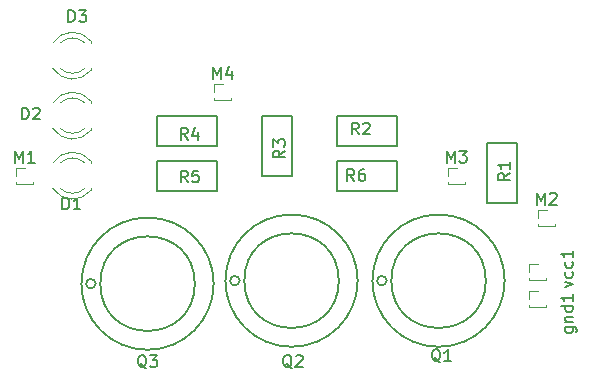
<source format=gbr>
G04 #@! TF.FileFunction,Legend,Top*
%FSLAX46Y46*%
G04 Gerber Fmt 4.6, Leading zero omitted, Abs format (unit mm)*
G04 Created by KiCad (PCBNEW 4.0.5) date 11/03/19 14:13:05*
%MOMM*%
%LPD*%
G01*
G04 APERTURE LIST*
%ADD10C,0.100000*%
%ADD11C,0.120000*%
%ADD12C,0.150000*%
G04 APERTURE END LIST*
D10*
D11*
X123295665Y-72198608D02*
G75*
G03X126528000Y-72355516I1672335J1078608D01*
G01*
X123295665Y-70041392D02*
G75*
G02X126528000Y-69884484I1672335J-1078608D01*
G01*
X123926870Y-72199837D02*
G75*
G03X126008961Y-72200000I1041130J1079837D01*
G01*
X123926870Y-70040163D02*
G75*
G02X126008961Y-70040000I1041130J-1079837D01*
G01*
X126528000Y-72356000D02*
X126528000Y-72200000D01*
X126528000Y-70040000D02*
X126528000Y-69884000D01*
X123295665Y-67118608D02*
G75*
G03X126528000Y-67275516I1672335J1078608D01*
G01*
X123295665Y-64961392D02*
G75*
G02X126528000Y-64804484I1672335J-1078608D01*
G01*
X123926870Y-67119837D02*
G75*
G03X126008961Y-67120000I1041130J1079837D01*
G01*
X123926870Y-64960163D02*
G75*
G02X126008961Y-64960000I1041130J-1079837D01*
G01*
X126528000Y-67276000D02*
X126528000Y-67120000D01*
X126528000Y-64960000D02*
X126528000Y-64804000D01*
X123295665Y-62038608D02*
G75*
G03X126528000Y-62195516I1672335J1078608D01*
G01*
X123295665Y-59881392D02*
G75*
G02X126528000Y-59724484I1672335J-1078608D01*
G01*
X123926870Y-62039837D02*
G75*
G03X126008961Y-62040000I1041130J1079837D01*
G01*
X123926870Y-59880163D02*
G75*
G02X126008961Y-59880000I1041130J-1079837D01*
G01*
X126528000Y-62196000D02*
X126528000Y-62040000D01*
X126528000Y-59880000D02*
X126528000Y-59724000D01*
X163643000Y-82219000D02*
X165033000Y-82219000D01*
X163643000Y-82219000D02*
X163643000Y-82094000D01*
X165033000Y-82219000D02*
X165033000Y-82094000D01*
X163643000Y-82219000D02*
X163729724Y-82219000D01*
X164946276Y-82219000D02*
X165033000Y-82219000D01*
X163643000Y-81534000D02*
X163643000Y-80849000D01*
X163643000Y-80849000D02*
X164338000Y-80849000D01*
X120209000Y-71805000D02*
X121599000Y-71805000D01*
X120209000Y-71805000D02*
X120209000Y-71680000D01*
X121599000Y-71805000D02*
X121599000Y-71680000D01*
X120209000Y-71805000D02*
X120295724Y-71805000D01*
X121512276Y-71805000D02*
X121599000Y-71805000D01*
X120209000Y-71120000D02*
X120209000Y-70435000D01*
X120209000Y-70435000D02*
X120904000Y-70435000D01*
X164405000Y-75361000D02*
X165795000Y-75361000D01*
X164405000Y-75361000D02*
X164405000Y-75236000D01*
X165795000Y-75361000D02*
X165795000Y-75236000D01*
X164405000Y-75361000D02*
X164491724Y-75361000D01*
X165708276Y-75361000D02*
X165795000Y-75361000D01*
X164405000Y-74676000D02*
X164405000Y-73991000D01*
X164405000Y-73991000D02*
X165100000Y-73991000D01*
X156785000Y-71805000D02*
X158175000Y-71805000D01*
X156785000Y-71805000D02*
X156785000Y-71680000D01*
X158175000Y-71805000D02*
X158175000Y-71680000D01*
X156785000Y-71805000D02*
X156871724Y-71805000D01*
X158088276Y-71805000D02*
X158175000Y-71805000D01*
X156785000Y-71120000D02*
X156785000Y-70435000D01*
X156785000Y-70435000D02*
X157480000Y-70435000D01*
X136973000Y-64693000D02*
X138363000Y-64693000D01*
X136973000Y-64693000D02*
X136973000Y-64568000D01*
X138363000Y-64693000D02*
X138363000Y-64568000D01*
X136973000Y-64693000D02*
X137059724Y-64693000D01*
X138276276Y-64693000D02*
X138363000Y-64693000D01*
X136973000Y-64008000D02*
X136973000Y-63323000D01*
X136973000Y-63323000D02*
X137668000Y-63323000D01*
D12*
X151556000Y-80010000D02*
G75*
G03X151556000Y-80010000I-400000J0D01*
G01*
X159956000Y-80010000D02*
G75*
G03X159956000Y-80010000I-4000000J0D01*
G01*
X161556000Y-80010000D02*
G75*
G03X161556000Y-80010000I-5600000J0D01*
G01*
X139110000Y-80010000D02*
G75*
G03X139110000Y-80010000I-400000J0D01*
G01*
X147510000Y-80010000D02*
G75*
G03X147510000Y-80010000I-4000000J0D01*
G01*
X149110000Y-80010000D02*
G75*
G03X149110000Y-80010000I-5600000J0D01*
G01*
X126918000Y-80264000D02*
G75*
G03X126918000Y-80264000I-400000J0D01*
G01*
X135318000Y-80264000D02*
G75*
G03X135318000Y-80264000I-4000000J0D01*
G01*
X136918000Y-80264000D02*
G75*
G03X136918000Y-80264000I-5600000J0D01*
G01*
X162560000Y-68326000D02*
X162560000Y-73406000D01*
X162560000Y-73406000D02*
X160020000Y-73406000D01*
X160020000Y-73406000D02*
X160020000Y-68326000D01*
X160020000Y-68326000D02*
X162560000Y-68326000D01*
X147320000Y-66040000D02*
X152400000Y-66040000D01*
X152400000Y-66040000D02*
X152400000Y-68580000D01*
X152400000Y-68580000D02*
X147320000Y-68580000D01*
X147320000Y-68580000D02*
X147320000Y-66040000D01*
X147320000Y-69850000D02*
X152400000Y-69850000D01*
X152400000Y-69850000D02*
X152400000Y-72390000D01*
X152400000Y-72390000D02*
X147320000Y-72390000D01*
X147320000Y-72390000D02*
X147320000Y-69850000D01*
X132080000Y-69850000D02*
X137160000Y-69850000D01*
X137160000Y-69850000D02*
X137160000Y-72390000D01*
X137160000Y-72390000D02*
X132080000Y-72390000D01*
X132080000Y-72390000D02*
X132080000Y-69850000D01*
X132080000Y-66040000D02*
X137160000Y-66040000D01*
X137160000Y-66040000D02*
X137160000Y-68580000D01*
X137160000Y-68580000D02*
X132080000Y-68580000D01*
X132080000Y-68580000D02*
X132080000Y-66040000D01*
X143510000Y-66040000D02*
X143510000Y-71120000D01*
X143510000Y-71120000D02*
X140970000Y-71120000D01*
X140970000Y-71120000D02*
X140970000Y-66040000D01*
X140970000Y-66040000D02*
X143510000Y-66040000D01*
D11*
X163643000Y-79933000D02*
X165033000Y-79933000D01*
X163643000Y-79933000D02*
X163643000Y-79808000D01*
X165033000Y-79933000D02*
X165033000Y-79808000D01*
X163643000Y-79933000D02*
X163729724Y-79933000D01*
X164946276Y-79933000D02*
X165033000Y-79933000D01*
X163643000Y-79248000D02*
X163643000Y-78563000D01*
X163643000Y-78563000D02*
X164338000Y-78563000D01*
D12*
X124102905Y-73985381D02*
X124102905Y-72985381D01*
X124341000Y-72985381D01*
X124483858Y-73033000D01*
X124579096Y-73128238D01*
X124626715Y-73223476D01*
X124674334Y-73413952D01*
X124674334Y-73556810D01*
X124626715Y-73747286D01*
X124579096Y-73842524D01*
X124483858Y-73937762D01*
X124341000Y-73985381D01*
X124102905Y-73985381D01*
X125626715Y-73985381D02*
X125055286Y-73985381D01*
X125341000Y-73985381D02*
X125341000Y-72985381D01*
X125245762Y-73128238D01*
X125150524Y-73223476D01*
X125055286Y-73271095D01*
X120673905Y-66365381D02*
X120673905Y-65365381D01*
X120912000Y-65365381D01*
X121054858Y-65413000D01*
X121150096Y-65508238D01*
X121197715Y-65603476D01*
X121245334Y-65793952D01*
X121245334Y-65936810D01*
X121197715Y-66127286D01*
X121150096Y-66222524D01*
X121054858Y-66317762D01*
X120912000Y-66365381D01*
X120673905Y-66365381D01*
X121626286Y-65460619D02*
X121673905Y-65413000D01*
X121769143Y-65365381D01*
X122007239Y-65365381D01*
X122102477Y-65413000D01*
X122150096Y-65460619D01*
X122197715Y-65555857D01*
X122197715Y-65651095D01*
X122150096Y-65793952D01*
X121578667Y-66365381D01*
X122197715Y-66365381D01*
X124610905Y-58110381D02*
X124610905Y-57110381D01*
X124849000Y-57110381D01*
X124991858Y-57158000D01*
X125087096Y-57253238D01*
X125134715Y-57348476D01*
X125182334Y-57538952D01*
X125182334Y-57681810D01*
X125134715Y-57872286D01*
X125087096Y-57967524D01*
X124991858Y-58062762D01*
X124849000Y-58110381D01*
X124610905Y-58110381D01*
X125515667Y-57110381D02*
X126134715Y-57110381D01*
X125801381Y-57491333D01*
X125944239Y-57491333D01*
X126039477Y-57538952D01*
X126087096Y-57586571D01*
X126134715Y-57681810D01*
X126134715Y-57919905D01*
X126087096Y-58015143D01*
X126039477Y-58062762D01*
X125944239Y-58110381D01*
X125658524Y-58110381D01*
X125563286Y-58062762D01*
X125515667Y-58015143D01*
X166663714Y-83970666D02*
X167473238Y-83970666D01*
X167568476Y-84018285D01*
X167616095Y-84065904D01*
X167663714Y-84161143D01*
X167663714Y-84304000D01*
X167616095Y-84399238D01*
X167282762Y-83970666D02*
X167330381Y-84065904D01*
X167330381Y-84256381D01*
X167282762Y-84351619D01*
X167235143Y-84399238D01*
X167139905Y-84446857D01*
X166854190Y-84446857D01*
X166758952Y-84399238D01*
X166711333Y-84351619D01*
X166663714Y-84256381D01*
X166663714Y-84065904D01*
X166711333Y-83970666D01*
X166663714Y-83494476D02*
X167330381Y-83494476D01*
X166758952Y-83494476D02*
X166711333Y-83446857D01*
X166663714Y-83351619D01*
X166663714Y-83208761D01*
X166711333Y-83113523D01*
X166806571Y-83065904D01*
X167330381Y-83065904D01*
X167330381Y-82161142D02*
X166330381Y-82161142D01*
X167282762Y-82161142D02*
X167330381Y-82256380D01*
X167330381Y-82446857D01*
X167282762Y-82542095D01*
X167235143Y-82589714D01*
X167139905Y-82637333D01*
X166854190Y-82637333D01*
X166758952Y-82589714D01*
X166711333Y-82542095D01*
X166663714Y-82446857D01*
X166663714Y-82256380D01*
X166711333Y-82161142D01*
X167330381Y-81161142D02*
X167330381Y-81732571D01*
X167330381Y-81446857D02*
X166330381Y-81446857D01*
X166473238Y-81542095D01*
X166568476Y-81637333D01*
X166616095Y-81732571D01*
X120094476Y-70012381D02*
X120094476Y-69012381D01*
X120427810Y-69726667D01*
X120761143Y-69012381D01*
X120761143Y-70012381D01*
X121761143Y-70012381D02*
X121189714Y-70012381D01*
X121475428Y-70012381D02*
X121475428Y-69012381D01*
X121380190Y-69155238D01*
X121284952Y-69250476D01*
X121189714Y-69298095D01*
X164290476Y-73568381D02*
X164290476Y-72568381D01*
X164623810Y-73282667D01*
X164957143Y-72568381D01*
X164957143Y-73568381D01*
X165385714Y-72663619D02*
X165433333Y-72616000D01*
X165528571Y-72568381D01*
X165766667Y-72568381D01*
X165861905Y-72616000D01*
X165909524Y-72663619D01*
X165957143Y-72758857D01*
X165957143Y-72854095D01*
X165909524Y-72996952D01*
X165338095Y-73568381D01*
X165957143Y-73568381D01*
X156670476Y-70012381D02*
X156670476Y-69012381D01*
X157003810Y-69726667D01*
X157337143Y-69012381D01*
X157337143Y-70012381D01*
X157718095Y-69012381D02*
X158337143Y-69012381D01*
X158003809Y-69393333D01*
X158146667Y-69393333D01*
X158241905Y-69440952D01*
X158289524Y-69488571D01*
X158337143Y-69583810D01*
X158337143Y-69821905D01*
X158289524Y-69917143D01*
X158241905Y-69964762D01*
X158146667Y-70012381D01*
X157860952Y-70012381D01*
X157765714Y-69964762D01*
X157718095Y-69917143D01*
X136858476Y-62900381D02*
X136858476Y-61900381D01*
X137191810Y-62614667D01*
X137525143Y-61900381D01*
X137525143Y-62900381D01*
X138429905Y-62233714D02*
X138429905Y-62900381D01*
X138191809Y-61852762D02*
X137953714Y-62567048D01*
X138572762Y-62567048D01*
X156114762Y-86907619D02*
X156019524Y-86860000D01*
X155924286Y-86764762D01*
X155781429Y-86621905D01*
X155686190Y-86574286D01*
X155590952Y-86574286D01*
X155638571Y-86812381D02*
X155543333Y-86764762D01*
X155448095Y-86669524D01*
X155400476Y-86479048D01*
X155400476Y-86145714D01*
X155448095Y-85955238D01*
X155543333Y-85860000D01*
X155638571Y-85812381D01*
X155829048Y-85812381D01*
X155924286Y-85860000D01*
X156019524Y-85955238D01*
X156067143Y-86145714D01*
X156067143Y-86479048D01*
X156019524Y-86669524D01*
X155924286Y-86764762D01*
X155829048Y-86812381D01*
X155638571Y-86812381D01*
X157019524Y-86812381D02*
X156448095Y-86812381D01*
X156733809Y-86812381D02*
X156733809Y-85812381D01*
X156638571Y-85955238D01*
X156543333Y-86050476D01*
X156448095Y-86098095D01*
X143541762Y-87415619D02*
X143446524Y-87368000D01*
X143351286Y-87272762D01*
X143208429Y-87129905D01*
X143113190Y-87082286D01*
X143017952Y-87082286D01*
X143065571Y-87320381D02*
X142970333Y-87272762D01*
X142875095Y-87177524D01*
X142827476Y-86987048D01*
X142827476Y-86653714D01*
X142875095Y-86463238D01*
X142970333Y-86368000D01*
X143065571Y-86320381D01*
X143256048Y-86320381D01*
X143351286Y-86368000D01*
X143446524Y-86463238D01*
X143494143Y-86653714D01*
X143494143Y-86987048D01*
X143446524Y-87177524D01*
X143351286Y-87272762D01*
X143256048Y-87320381D01*
X143065571Y-87320381D01*
X143875095Y-86415619D02*
X143922714Y-86368000D01*
X144017952Y-86320381D01*
X144256048Y-86320381D01*
X144351286Y-86368000D01*
X144398905Y-86415619D01*
X144446524Y-86510857D01*
X144446524Y-86606095D01*
X144398905Y-86748952D01*
X143827476Y-87320381D01*
X144446524Y-87320381D01*
X131222762Y-87415619D02*
X131127524Y-87368000D01*
X131032286Y-87272762D01*
X130889429Y-87129905D01*
X130794190Y-87082286D01*
X130698952Y-87082286D01*
X130746571Y-87320381D02*
X130651333Y-87272762D01*
X130556095Y-87177524D01*
X130508476Y-86987048D01*
X130508476Y-86653714D01*
X130556095Y-86463238D01*
X130651333Y-86368000D01*
X130746571Y-86320381D01*
X130937048Y-86320381D01*
X131032286Y-86368000D01*
X131127524Y-86463238D01*
X131175143Y-86653714D01*
X131175143Y-86987048D01*
X131127524Y-87177524D01*
X131032286Y-87272762D01*
X130937048Y-87320381D01*
X130746571Y-87320381D01*
X131508476Y-86320381D02*
X132127524Y-86320381D01*
X131794190Y-86701333D01*
X131937048Y-86701333D01*
X132032286Y-86748952D01*
X132079905Y-86796571D01*
X132127524Y-86891810D01*
X132127524Y-87129905D01*
X132079905Y-87225143D01*
X132032286Y-87272762D01*
X131937048Y-87320381D01*
X131651333Y-87320381D01*
X131556095Y-87272762D01*
X131508476Y-87225143D01*
X161996381Y-70905666D02*
X161520190Y-71239000D01*
X161996381Y-71477095D02*
X160996381Y-71477095D01*
X160996381Y-71096142D01*
X161044000Y-71000904D01*
X161091619Y-70953285D01*
X161186857Y-70905666D01*
X161329714Y-70905666D01*
X161424952Y-70953285D01*
X161472571Y-71000904D01*
X161520190Y-71096142D01*
X161520190Y-71477095D01*
X161996381Y-69953285D02*
X161996381Y-70524714D01*
X161996381Y-70239000D02*
X160996381Y-70239000D01*
X161139238Y-70334238D01*
X161234476Y-70429476D01*
X161282095Y-70524714D01*
X149185334Y-67635381D02*
X148852000Y-67159190D01*
X148613905Y-67635381D02*
X148613905Y-66635381D01*
X148994858Y-66635381D01*
X149090096Y-66683000D01*
X149137715Y-66730619D01*
X149185334Y-66825857D01*
X149185334Y-66968714D01*
X149137715Y-67063952D01*
X149090096Y-67111571D01*
X148994858Y-67159190D01*
X148613905Y-67159190D01*
X149566286Y-66730619D02*
X149613905Y-66683000D01*
X149709143Y-66635381D01*
X149947239Y-66635381D01*
X150042477Y-66683000D01*
X150090096Y-66730619D01*
X150137715Y-66825857D01*
X150137715Y-66921095D01*
X150090096Y-67063952D01*
X149518667Y-67635381D01*
X150137715Y-67635381D01*
X142946381Y-69000666D02*
X142470190Y-69334000D01*
X142946381Y-69572095D02*
X141946381Y-69572095D01*
X141946381Y-69191142D01*
X141994000Y-69095904D01*
X142041619Y-69048285D01*
X142136857Y-69000666D01*
X142279714Y-69000666D01*
X142374952Y-69048285D01*
X142422571Y-69095904D01*
X142470190Y-69191142D01*
X142470190Y-69572095D01*
X141946381Y-68667333D02*
X141946381Y-68048285D01*
X142327333Y-68381619D01*
X142327333Y-68238761D01*
X142374952Y-68143523D01*
X142422571Y-68095904D01*
X142517810Y-68048285D01*
X142755905Y-68048285D01*
X142851143Y-68095904D01*
X142898762Y-68143523D01*
X142946381Y-68238761D01*
X142946381Y-68524476D01*
X142898762Y-68619714D01*
X142851143Y-68667333D01*
X134702254Y-68072261D02*
X134368920Y-67596070D01*
X134130825Y-68072261D02*
X134130825Y-67072261D01*
X134511778Y-67072261D01*
X134607016Y-67119880D01*
X134654635Y-67167499D01*
X134702254Y-67262737D01*
X134702254Y-67405594D01*
X134654635Y-67500832D01*
X134607016Y-67548451D01*
X134511778Y-67596070D01*
X134130825Y-67596070D01*
X135559397Y-67405594D02*
X135559397Y-68072261D01*
X135321301Y-67024642D02*
X135083206Y-67738928D01*
X135702254Y-67738928D01*
X134707334Y-71699381D02*
X134374000Y-71223190D01*
X134135905Y-71699381D02*
X134135905Y-70699381D01*
X134516858Y-70699381D01*
X134612096Y-70747000D01*
X134659715Y-70794619D01*
X134707334Y-70889857D01*
X134707334Y-71032714D01*
X134659715Y-71127952D01*
X134612096Y-71175571D01*
X134516858Y-71223190D01*
X134135905Y-71223190D01*
X135612096Y-70699381D02*
X135135905Y-70699381D01*
X135088286Y-71175571D01*
X135135905Y-71127952D01*
X135231143Y-71080333D01*
X135469239Y-71080333D01*
X135564477Y-71127952D01*
X135612096Y-71175571D01*
X135659715Y-71270810D01*
X135659715Y-71508905D01*
X135612096Y-71604143D01*
X135564477Y-71651762D01*
X135469239Y-71699381D01*
X135231143Y-71699381D01*
X135135905Y-71651762D01*
X135088286Y-71604143D01*
X148804334Y-71572381D02*
X148471000Y-71096190D01*
X148232905Y-71572381D02*
X148232905Y-70572381D01*
X148613858Y-70572381D01*
X148709096Y-70620000D01*
X148756715Y-70667619D01*
X148804334Y-70762857D01*
X148804334Y-70905714D01*
X148756715Y-71000952D01*
X148709096Y-71048571D01*
X148613858Y-71096190D01*
X148232905Y-71096190D01*
X149661477Y-70572381D02*
X149471000Y-70572381D01*
X149375762Y-70620000D01*
X149328143Y-70667619D01*
X149232905Y-70810476D01*
X149185286Y-71000952D01*
X149185286Y-71381905D01*
X149232905Y-71477143D01*
X149280524Y-71524762D01*
X149375762Y-71572381D01*
X149566239Y-71572381D01*
X149661477Y-71524762D01*
X149709096Y-71477143D01*
X149756715Y-71381905D01*
X149756715Y-71143810D01*
X149709096Y-71048571D01*
X149661477Y-71000952D01*
X149566239Y-70953333D01*
X149375762Y-70953333D01*
X149280524Y-71000952D01*
X149232905Y-71048571D01*
X149185286Y-71143810D01*
X166663714Y-80565429D02*
X167330381Y-80327334D01*
X166663714Y-80089238D01*
X167282762Y-79279714D02*
X167330381Y-79374952D01*
X167330381Y-79565429D01*
X167282762Y-79660667D01*
X167235143Y-79708286D01*
X167139905Y-79755905D01*
X166854190Y-79755905D01*
X166758952Y-79708286D01*
X166711333Y-79660667D01*
X166663714Y-79565429D01*
X166663714Y-79374952D01*
X166711333Y-79279714D01*
X167282762Y-78422571D02*
X167330381Y-78517809D01*
X167330381Y-78708286D01*
X167282762Y-78803524D01*
X167235143Y-78851143D01*
X167139905Y-78898762D01*
X166854190Y-78898762D01*
X166758952Y-78851143D01*
X166711333Y-78803524D01*
X166663714Y-78708286D01*
X166663714Y-78517809D01*
X166711333Y-78422571D01*
X167330381Y-77470190D02*
X167330381Y-78041619D01*
X167330381Y-77755905D02*
X166330381Y-77755905D01*
X166473238Y-77851143D01*
X166568476Y-77946381D01*
X166616095Y-78041619D01*
M02*

</source>
